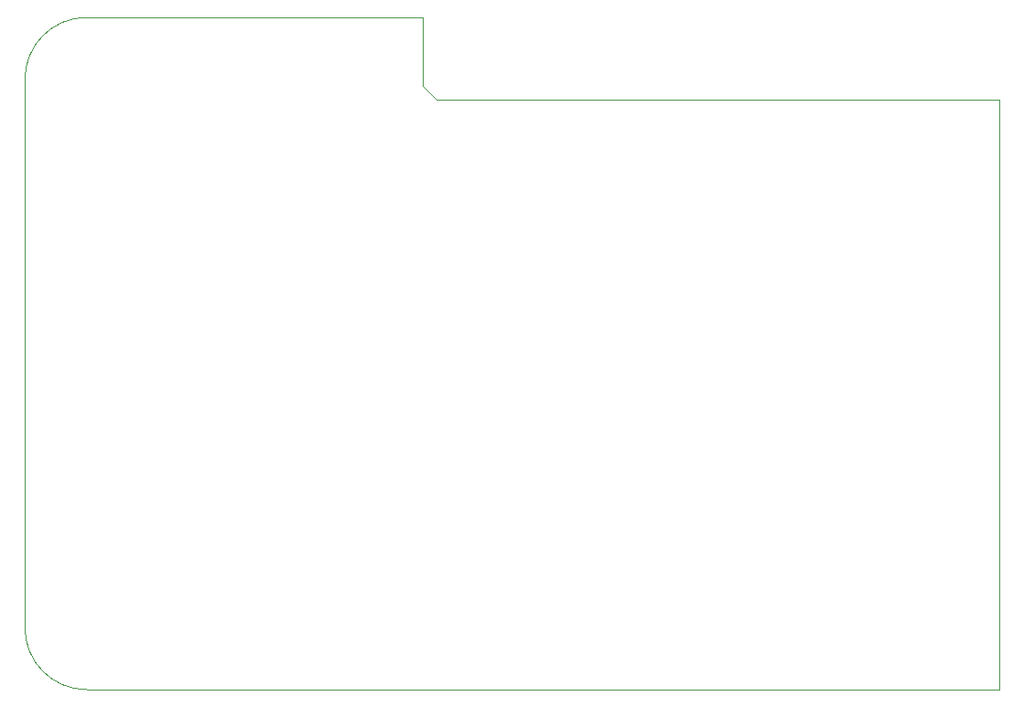
<source format=gbr>
%TF.GenerationSoftware,KiCad,Pcbnew,7.0.7*%
%TF.CreationDate,2023-12-17T19:56:50+01:00*%
%TF.ProjectId,everstar,65766572-7374-4617-922e-6b696361645f,rev?*%
%TF.SameCoordinates,Original*%
%TF.FileFunction,Profile,NP*%
%FSLAX46Y46*%
G04 Gerber Fmt 4.6, Leading zero omitted, Abs format (unit mm)*
G04 Created by KiCad (PCBNEW 7.0.7) date 2023-12-17 19:56:50*
%MOMM*%
%LPD*%
G01*
G04 APERTURE LIST*
%TA.AperFunction,Profile*%
%ADD10C,0.100000*%
%TD*%
G04 APERTURE END LIST*
D10*
X55880000Y-59055000D02*
X86995000Y-59055000D01*
X86995000Y-59055000D02*
X86995000Y-65405000D01*
X50165000Y-115570000D02*
X50165000Y-64770000D01*
X140335000Y-121285000D02*
X55880000Y-121285000D01*
X55880000Y-59055000D02*
G75*
G03*
X50165000Y-64770000I0J-5715000D01*
G01*
X86995000Y-65405000D02*
X88265000Y-66675000D01*
X88265000Y-66675000D02*
X140335000Y-66675000D01*
X140335000Y-66675000D02*
X140335000Y-121285000D01*
X50165000Y-115570000D02*
G75*
G03*
X55880000Y-121285000I5715000J0D01*
G01*
M02*

</source>
